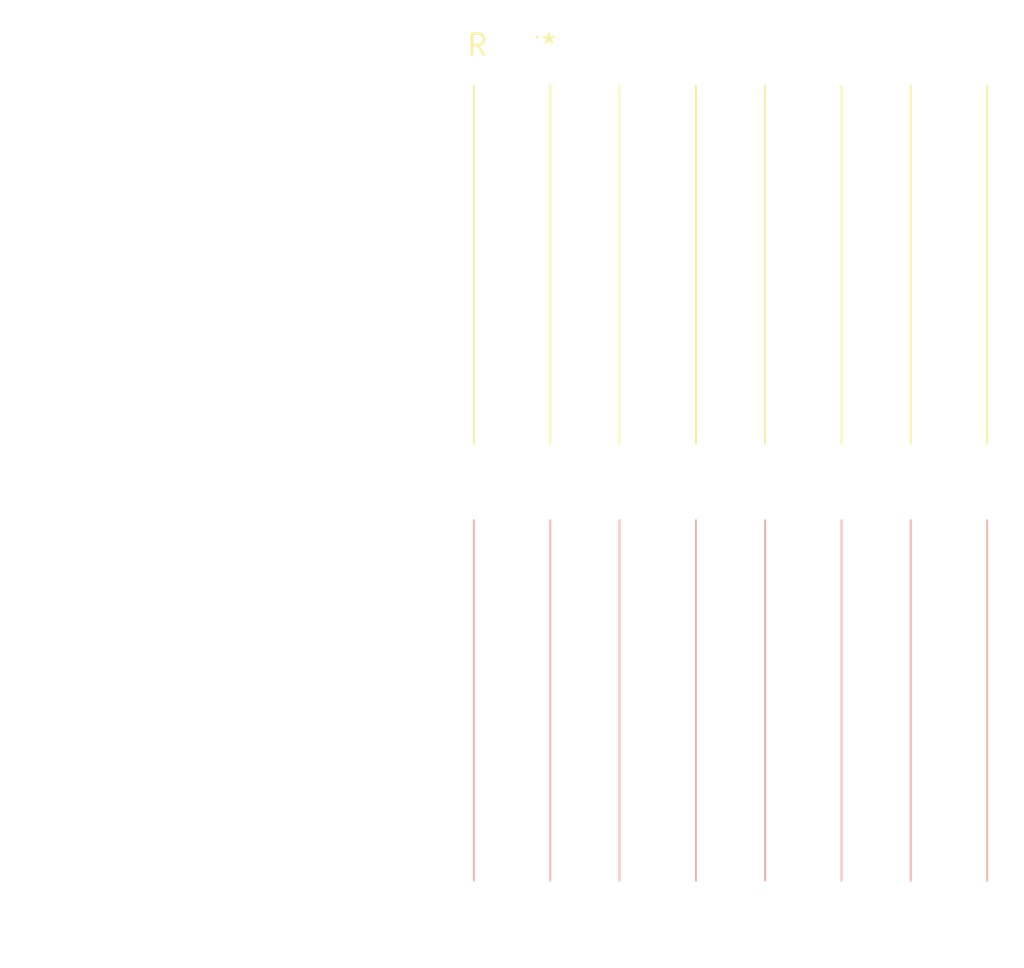
<source format=kicad_pcb>
(kicad_pcb (version 20240108) (generator pcbnew)
  (layers (0 "F.Cu" signal) (31 "B.Cu" signal) (34 "B.Paste" user) (35 "F.Paste" user) (36 "B.SilkS" user "B.Silkscreen") (37 "F.SilkS" user "F.Silkscreen") (38 "B.Mask" user) (39 "F.Mask" user) (44 "Edge.Cuts" user))
  (net 0 "")
  (footprint "SolderWire-2.5sqmm_1x04_P8.8mm_D2.4mm_OD4.4mm_Relief2x" (layer "F.Cu") (at 0 0)
    (property "Reference" "REF**")
    (property "Value" "SolderWire-2.5sqmm_1x04_P8.8mm_D2.4mm_OD4.4mm_Relief2x")
    (fp_line (start -2.31 28.71) (end -2.31 50.49) (layer "B.SilkS") (stroke (width 0.12)))
    (fp_line (start 2.31 28.71) (end 2.31 50.49) (layer "B.SilkS") (stroke (width 0.12)))
    (fp_line (start 6.49 28.71) (end 6.49 50.49) (layer "B.SilkS") (stroke (width 0.12)))
    (fp_line (start 11.11 28.71) (end 11.11 50.49) (layer "B.SilkS") (stroke (width 0.12)))
    (fp_line (start 15.29 28.71) (end 15.29 50.49) (layer "B.SilkS") (stroke (width 0.12)))
    (fp_line (start 19.91 28.71) (end 19.91 50.49) (layer "B.SilkS") (stroke (width 0.12)))
    (fp_line (start 24.09 28.71) (end 24.09 50.49) (layer "B.SilkS") (stroke (width 0.12)))
    (fp_line (start 28.71 28.71) (end 28.71 50.49) (layer "B.SilkS") (stroke (width 0.12)))
    (fp_line (start -2.31 2.46) (end -2.31 24.09) (layer "F.SilkS") (stroke (width 0.12)))
    (fp_line (start 2.31 2.46) (end 2.31 24.09) (layer "F.SilkS") (stroke (width 0.12)))
    (fp_line (start 6.49 2.46) (end 6.49 24.09) (layer "F.SilkS") (stroke (width 0.12)))
    (fp_line (start 11.11 2.46) (end 11.11 24.09) (layer "F.SilkS") (stroke (width 0.12)))
    (fp_line (start 15.29 2.46) (end 15.29 24.09) (layer "F.SilkS") (stroke (width 0.12)))
    (fp_line (start 19.91 2.46) (end 19.91 24.09) (layer "F.SilkS") (stroke (width 0.12)))
    (fp_line (start 24.09 2.46) (end 24.09 24.09) (layer "F.SilkS") (stroke (width 0.12)))
    (fp_line (start 28.71 2.46) (end 28.71 24.09) (layer "F.SilkS") (stroke (width 0.12)))
    (pad "" np_thru_hole circle (at 0 26.4) (size 4.9 4.9) (drill 4.9) (layers *.Cu *.Mask))
    (pad "" np_thru_hole circle (at 0 52.8) (size 4.9 4.9) (drill 4.9) (layers *.Cu *.Mask))
    (pad "" np_thru_hole circle (at 8.8 26.4) (size 4.9 4.9) (drill 4.9) (layers *.Cu *.Mask))
    (pad "" np_thru_hole circle (at 8.8 52.8) (size 4.9 4.9) (drill 4.9) (layers *.Cu *.Mask))
    (pad "" np_thru_hole circle (at 17.6 26.4) (size 4.9 4.9) (drill 4.9) (layers *.Cu *.Mask))
    (pad "" np_thru_hole circle (at 17.6 52.8) (size 4.9 4.9) (drill 4.9) (layers *.Cu *.Mask))
    (pad "" np_thru_hole circle (at 26.4 26.4) (size 4.9 4.9) (drill 4.9) (layers *.Cu *.Mask))
    (pad "" np_thru_hole circle (at 26.4 52.8) (size 4.9 4.9) (drill 4.9) (layers *.Cu *.Mask))
    (pad "1" thru_hole roundrect (at 0 0) (size 4.4 4.4) (drill 3) (layers *.Cu *.Mask) (remove_unused_layers) (roundrect_rratio 0.056818))
    (pad "2" thru_hole circle (at 8.8 0) (size 4.4 4.4) (drill 3) (layers *.Cu *.Mask) (remove_unused_layers))
    (pad "3" thru_hole circle (at 17.6 0) (size 4.4 4.4) (drill 3) (layers *.Cu *.Mask) (remove_unused_layers))
    (pad "4" thru_hole circle (at 26.4 0) (size 4.4 4.4) (drill 3) (layers *.Cu *.Mask) (remove_unused_layers))
  )
)
</source>
